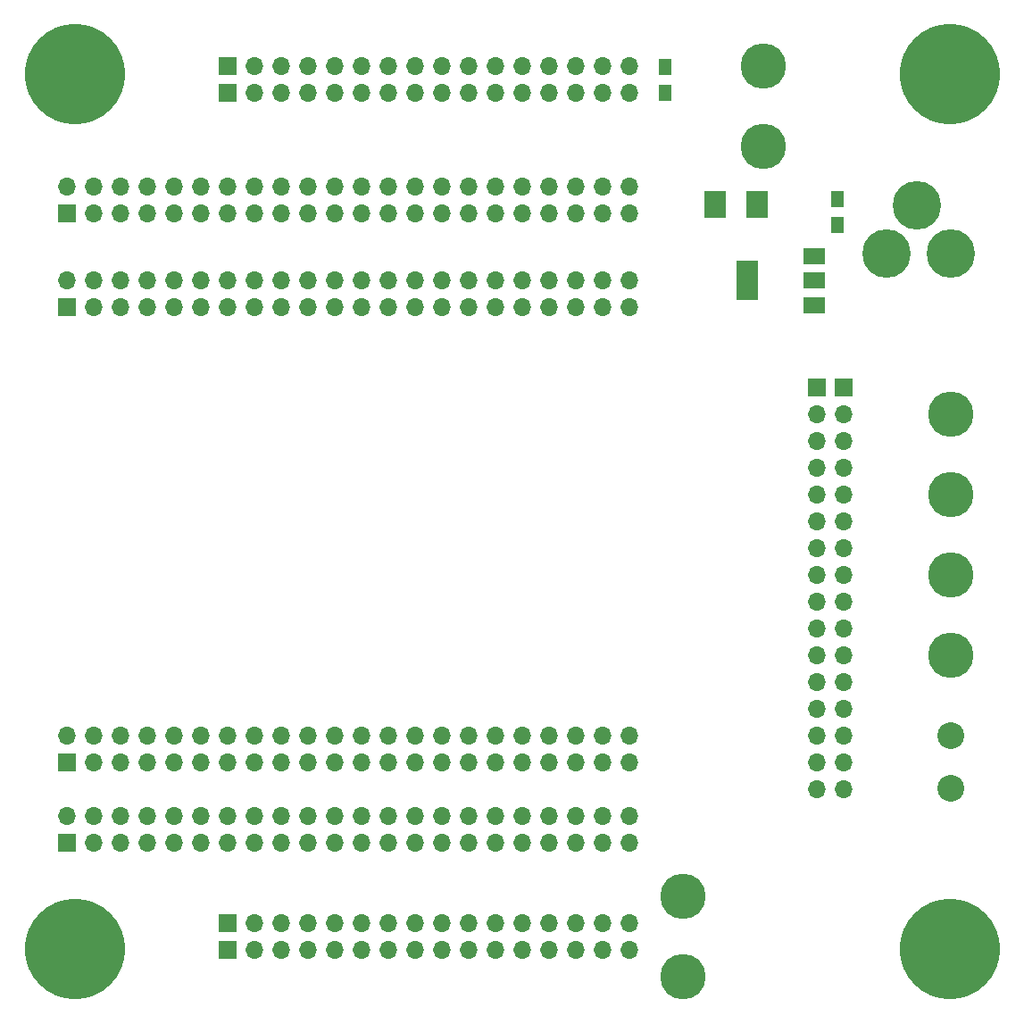
<source format=gbr>
G04 #@! TF.FileFunction,Soldermask,Top*
%FSLAX46Y46*%
G04 Gerber Fmt 4.6, Leading zero omitted, Abs format (unit mm)*
G04 Created by KiCad (PCBNEW 4.0.5) date 03/12/17 17:09:30*
%MOMM*%
%LPD*%
G01*
G04 APERTURE LIST*
%ADD10C,0.152400*%
%ADD11C,9.525000*%
%ADD12R,1.700000X1.700000*%
%ADD13O,1.700000X1.700000*%
%ADD14C,4.300000*%
%ADD15C,4.600000*%
%ADD16C,2.540000*%
%ADD17R,1.250000X1.500000*%
%ADD18R,2.000000X2.500000*%
%ADD19R,2.000000X3.800000*%
%ADD20R,2.000000X1.500000*%
G04 APERTURE END LIST*
D10*
D11*
X16000000Y-16000000D03*
X99000000Y-16000000D03*
X16000000Y-99000000D03*
X99000000Y-99000000D03*
D12*
X30480000Y-17780000D03*
D13*
X33020000Y-17780000D03*
X35560000Y-17780000D03*
X38100000Y-17780000D03*
X40640000Y-17780000D03*
X43180000Y-17780000D03*
X45720000Y-17780000D03*
X48260000Y-17780000D03*
X50800000Y-17780000D03*
X53340000Y-17780000D03*
X55880000Y-17780000D03*
X58420000Y-17780000D03*
X60960000Y-17780000D03*
X63500000Y-17780000D03*
X66040000Y-17780000D03*
X68580000Y-17780000D03*
D12*
X30480000Y-99060000D03*
D13*
X33020000Y-99060000D03*
X35560000Y-99060000D03*
X38100000Y-99060000D03*
X40640000Y-99060000D03*
X43180000Y-99060000D03*
X45720000Y-99060000D03*
X48260000Y-99060000D03*
X50800000Y-99060000D03*
X53340000Y-99060000D03*
X55880000Y-99060000D03*
X58420000Y-99060000D03*
X60960000Y-99060000D03*
X63500000Y-99060000D03*
X66040000Y-99060000D03*
X68580000Y-99060000D03*
D12*
X30480000Y-96520000D03*
D13*
X33020000Y-96520000D03*
X35560000Y-96520000D03*
X38100000Y-96520000D03*
X40640000Y-96520000D03*
X43180000Y-96520000D03*
X45720000Y-96520000D03*
X48260000Y-96520000D03*
X50800000Y-96520000D03*
X53340000Y-96520000D03*
X55880000Y-96520000D03*
X58420000Y-96520000D03*
X60960000Y-96520000D03*
X63500000Y-96520000D03*
X66040000Y-96520000D03*
X68580000Y-96520000D03*
D14*
X99060000Y-48260000D03*
X99060000Y-63500000D03*
X81280000Y-15240000D03*
X81280000Y-22860000D03*
D15*
X99060000Y-33020000D03*
X92960000Y-33020000D03*
X95860000Y-28420000D03*
D14*
X99060000Y-71120000D03*
X73660000Y-93980000D03*
X99060000Y-55880000D03*
X73660000Y-101600000D03*
D12*
X15240000Y-38100000D03*
D13*
X15240000Y-35560000D03*
X17780000Y-38100000D03*
X17780000Y-35560000D03*
X20320000Y-38100000D03*
X20320000Y-35560000D03*
X22860000Y-38100000D03*
X22860000Y-35560000D03*
X25400000Y-38100000D03*
X25400000Y-35560000D03*
X27940000Y-38100000D03*
X27940000Y-35560000D03*
X30480000Y-38100000D03*
X30480000Y-35560000D03*
X33020000Y-38100000D03*
X33020000Y-35560000D03*
X35560000Y-38100000D03*
X35560000Y-35560000D03*
X38100000Y-38100000D03*
X38100000Y-35560000D03*
X40640000Y-38100000D03*
X40640000Y-35560000D03*
X43180000Y-38100000D03*
X43180000Y-35560000D03*
X45720000Y-38100000D03*
X45720000Y-35560000D03*
X48260000Y-38100000D03*
X48260000Y-35560000D03*
X50800000Y-38100000D03*
X50800000Y-35560000D03*
X53340000Y-38100000D03*
X53340000Y-35560000D03*
X55880000Y-38100000D03*
X55880000Y-35560000D03*
X58420000Y-38100000D03*
X58420000Y-35560000D03*
X60960000Y-38100000D03*
X60960000Y-35560000D03*
X63500000Y-38100000D03*
X63500000Y-35560000D03*
X66040000Y-38100000D03*
X66040000Y-35560000D03*
X68580000Y-38100000D03*
X68580000Y-35560000D03*
D12*
X88900000Y-45720000D03*
D13*
X88900000Y-48260000D03*
X88900000Y-50800000D03*
X88900000Y-53340000D03*
X88900000Y-55880000D03*
X88900000Y-58420000D03*
X88900000Y-60960000D03*
X88900000Y-63500000D03*
X88900000Y-66040000D03*
X88900000Y-68580000D03*
X88900000Y-71120000D03*
X88900000Y-73660000D03*
X88900000Y-76200000D03*
X88900000Y-78740000D03*
X88900000Y-81280000D03*
X88900000Y-83820000D03*
D12*
X86360000Y-45720000D03*
D13*
X86360000Y-48260000D03*
X86360000Y-50800000D03*
X86360000Y-53340000D03*
X86360000Y-55880000D03*
X86360000Y-58420000D03*
X86360000Y-60960000D03*
X86360000Y-63500000D03*
X86360000Y-66040000D03*
X86360000Y-68580000D03*
X86360000Y-71120000D03*
X86360000Y-73660000D03*
X86360000Y-76200000D03*
X86360000Y-78740000D03*
X86360000Y-81280000D03*
X86360000Y-83820000D03*
D16*
X99060000Y-78740000D03*
X99060000Y-83740000D03*
D12*
X15240000Y-81280000D03*
D13*
X15240000Y-78740000D03*
X17780000Y-81280000D03*
X17780000Y-78740000D03*
X20320000Y-81280000D03*
X20320000Y-78740000D03*
X22860000Y-81280000D03*
X22860000Y-78740000D03*
X25400000Y-81280000D03*
X25400000Y-78740000D03*
X27940000Y-81280000D03*
X27940000Y-78740000D03*
X30480000Y-81280000D03*
X30480000Y-78740000D03*
X33020000Y-81280000D03*
X33020000Y-78740000D03*
X35560000Y-81280000D03*
X35560000Y-78740000D03*
X38100000Y-81280000D03*
X38100000Y-78740000D03*
X40640000Y-81280000D03*
X40640000Y-78740000D03*
X43180000Y-81280000D03*
X43180000Y-78740000D03*
X45720000Y-81280000D03*
X45720000Y-78740000D03*
X48260000Y-81280000D03*
X48260000Y-78740000D03*
X50800000Y-81280000D03*
X50800000Y-78740000D03*
X53340000Y-81280000D03*
X53340000Y-78740000D03*
X55880000Y-81280000D03*
X55880000Y-78740000D03*
X58420000Y-81280000D03*
X58420000Y-78740000D03*
X60960000Y-81280000D03*
X60960000Y-78740000D03*
X63500000Y-81280000D03*
X63500000Y-78740000D03*
X66040000Y-81280000D03*
X66040000Y-78740000D03*
X68580000Y-81280000D03*
X68580000Y-78740000D03*
D12*
X15240000Y-29210000D03*
D13*
X15240000Y-26670000D03*
X17780000Y-29210000D03*
X17780000Y-26670000D03*
X20320000Y-29210000D03*
X20320000Y-26670000D03*
X22860000Y-29210000D03*
X22860000Y-26670000D03*
X25400000Y-29210000D03*
X25400000Y-26670000D03*
X27940000Y-29210000D03*
X27940000Y-26670000D03*
X30480000Y-29210000D03*
X30480000Y-26670000D03*
X33020000Y-29210000D03*
X33020000Y-26670000D03*
X35560000Y-29210000D03*
X35560000Y-26670000D03*
X38100000Y-29210000D03*
X38100000Y-26670000D03*
X40640000Y-29210000D03*
X40640000Y-26670000D03*
X43180000Y-29210000D03*
X43180000Y-26670000D03*
X45720000Y-29210000D03*
X45720000Y-26670000D03*
X48260000Y-29210000D03*
X48260000Y-26670000D03*
X50800000Y-29210000D03*
X50800000Y-26670000D03*
X53340000Y-29210000D03*
X53340000Y-26670000D03*
X55880000Y-29210000D03*
X55880000Y-26670000D03*
X58420000Y-29210000D03*
X58420000Y-26670000D03*
X60960000Y-29210000D03*
X60960000Y-26670000D03*
X63500000Y-29210000D03*
X63500000Y-26670000D03*
X66040000Y-29210000D03*
X66040000Y-26670000D03*
X68580000Y-29210000D03*
X68580000Y-26670000D03*
D12*
X15240000Y-88900000D03*
D13*
X15240000Y-86360000D03*
X17780000Y-88900000D03*
X17780000Y-86360000D03*
X20320000Y-88900000D03*
X20320000Y-86360000D03*
X22860000Y-88900000D03*
X22860000Y-86360000D03*
X25400000Y-88900000D03*
X25400000Y-86360000D03*
X27940000Y-88900000D03*
X27940000Y-86360000D03*
X30480000Y-88900000D03*
X30480000Y-86360000D03*
X33020000Y-88900000D03*
X33020000Y-86360000D03*
X35560000Y-88900000D03*
X35560000Y-86360000D03*
X38100000Y-88900000D03*
X38100000Y-86360000D03*
X40640000Y-88900000D03*
X40640000Y-86360000D03*
X43180000Y-88900000D03*
X43180000Y-86360000D03*
X45720000Y-88900000D03*
X45720000Y-86360000D03*
X48260000Y-88900000D03*
X48260000Y-86360000D03*
X50800000Y-88900000D03*
X50800000Y-86360000D03*
X53340000Y-88900000D03*
X53340000Y-86360000D03*
X55880000Y-88900000D03*
X55880000Y-86360000D03*
X58420000Y-88900000D03*
X58420000Y-86360000D03*
X60960000Y-88900000D03*
X60960000Y-86360000D03*
X63500000Y-88900000D03*
X63500000Y-86360000D03*
X66040000Y-88900000D03*
X66040000Y-86360000D03*
X68580000Y-88900000D03*
X68580000Y-86360000D03*
D12*
X30480000Y-15240000D03*
D13*
X33020000Y-15240000D03*
X35560000Y-15240000D03*
X38100000Y-15240000D03*
X40640000Y-15240000D03*
X43180000Y-15240000D03*
X45720000Y-15240000D03*
X48260000Y-15240000D03*
X50800000Y-15240000D03*
X53340000Y-15240000D03*
X55880000Y-15240000D03*
X58420000Y-15240000D03*
X60960000Y-15240000D03*
X63500000Y-15240000D03*
X66040000Y-15240000D03*
X68580000Y-15240000D03*
D17*
X88341200Y-30307600D03*
X88341200Y-27807600D03*
D18*
X76740000Y-28321000D03*
X80740000Y-28321000D03*
D17*
X71983600Y-17785400D03*
X71983600Y-15285400D03*
D19*
X79831800Y-35585400D03*
D20*
X86131800Y-35585400D03*
X86131800Y-33285400D03*
X86131800Y-37885400D03*
M02*

</source>
